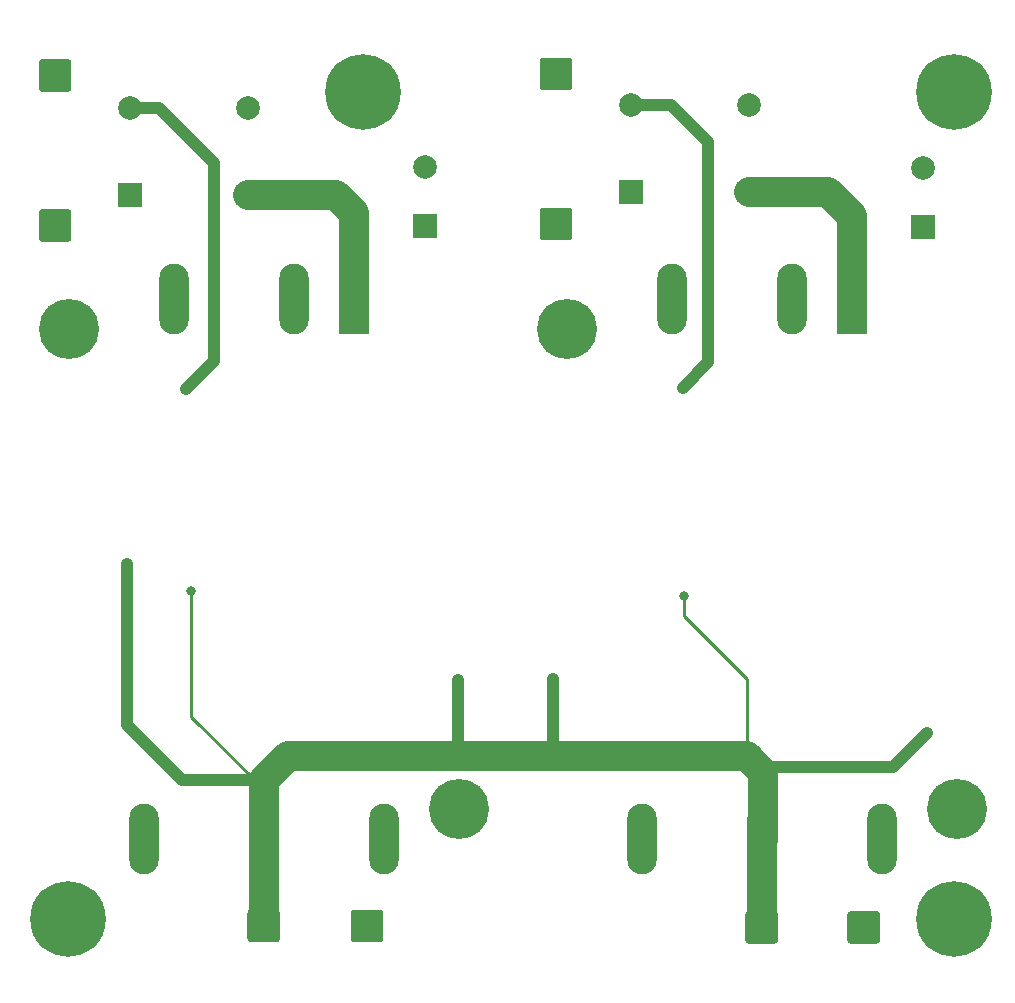
<source format=gbl>
G04 #@! TF.GenerationSoftware,KiCad,Pcbnew,5.1.6+dfsg1-1~bpo9+1*
G04 #@! TF.CreationDate,2022-04-04T20:49:37+02:00*
G04 #@! TF.ProjectId,sdrtrx-traco,73647274-7278-42d7-9472-61636f2e6b69,1*
G04 #@! TF.SameCoordinates,Original*
G04 #@! TF.FileFunction,Copper,L2,Bot*
G04 #@! TF.FilePolarity,Positive*
%FSLAX46Y46*%
G04 Gerber Fmt 4.6, Leading zero omitted, Abs format (unit mm)*
G04 Created by KiCad (PCBNEW 5.1.6+dfsg1-1~bpo9+1) date 2022-04-04 20:49:37*
%MOMM*%
%LPD*%
G01*
G04 APERTURE LIST*
G04 #@! TA.AperFunction,ComponentPad*
%ADD10C,2.000000*%
G04 #@! TD*
G04 #@! TA.AperFunction,ComponentPad*
%ADD11R,2.000000X2.000000*%
G04 #@! TD*
G04 #@! TA.AperFunction,ComponentPad*
%ADD12C,5.080000*%
G04 #@! TD*
G04 #@! TA.AperFunction,ComponentPad*
%ADD13O,2.500000X6.000001*%
G04 #@! TD*
G04 #@! TA.AperFunction,ComponentPad*
%ADD14R,2.500000X6.000000*%
G04 #@! TD*
G04 #@! TA.AperFunction,ComponentPad*
%ADD15O,2.500000X6.000000*%
G04 #@! TD*
G04 #@! TA.AperFunction,ComponentPad*
%ADD16C,6.400000*%
G04 #@! TD*
G04 #@! TA.AperFunction,ViaPad*
%ADD17C,0.800000*%
G04 #@! TD*
G04 #@! TA.AperFunction,Conductor*
%ADD18C,2.540000*%
G04 #@! TD*
G04 #@! TA.AperFunction,Conductor*
%ADD19C,0.254000*%
G04 #@! TD*
G04 #@! TA.AperFunction,Conductor*
%ADD20C,1.016000*%
G04 #@! TD*
G04 APERTURE END LIST*
D10*
X77393800Y68627000D03*
D11*
X77393800Y63627000D03*
D10*
X35255200Y68677800D03*
D11*
X35255200Y63677800D03*
D10*
X62705000Y73948000D03*
X62705000Y66548000D03*
X52705000Y73948000D03*
D11*
X52705000Y66548000D03*
G04 #@! TA.AperFunction,ComponentPad*
G36*
G01*
X44980000Y75455999D02*
X44980000Y77706001D01*
G75*
G02*
X45229999Y77956000I249999J0D01*
G01*
X47480001Y77956000D01*
G75*
G02*
X47730000Y77706001I0J-249999D01*
G01*
X47730000Y75455999D01*
G75*
G02*
X47480001Y75206000I-249999J0D01*
G01*
X45229999Y75206000D01*
G75*
G02*
X44980000Y75455999I0J249999D01*
G01*
G37*
G04 #@! TD.AperFunction*
G04 #@! TA.AperFunction,ComponentPad*
G36*
G01*
X44980000Y62755999D02*
X44980000Y65006001D01*
G75*
G02*
X45229999Y65256000I249999J0D01*
G01*
X47480001Y65256000D01*
G75*
G02*
X47730000Y65006001I0J-249999D01*
G01*
X47730000Y62755999D01*
G75*
G02*
X47480001Y62506000I-249999J0D01*
G01*
X45229999Y62506000D01*
G75*
G02*
X44980000Y62755999I0J249999D01*
G01*
G37*
G04 #@! TD.AperFunction*
D12*
X80264000Y14351000D03*
X47244000Y54991000D03*
D13*
X53594000Y11811000D03*
X73914000Y11811000D03*
D14*
X71374000Y57531000D03*
D15*
X66294000Y57531000D03*
D13*
X56134000Y57531000D03*
X63754000Y11811000D03*
D12*
X38100000Y14351000D03*
X5080000Y54991000D03*
D13*
X11430000Y11811000D03*
X31750000Y11811000D03*
D14*
X29210000Y57531000D03*
D15*
X24130000Y57531000D03*
D13*
X13970000Y57531000D03*
X21590000Y11811000D03*
G04 #@! TA.AperFunction,ComponentPad*
G36*
G01*
X20464999Y5820000D02*
X22715001Y5820000D01*
G75*
G02*
X22965000Y5570001I0J-249999D01*
G01*
X22965000Y3319999D01*
G75*
G02*
X22715001Y3070000I-249999J0D01*
G01*
X20464999Y3070000D01*
G75*
G02*
X20215000Y3319999I0J249999D01*
G01*
X20215000Y5570001D01*
G75*
G02*
X20464999Y5820000I249999J0D01*
G01*
G37*
G04 #@! TD.AperFunction*
G04 #@! TA.AperFunction,ComponentPad*
G36*
G01*
X29227999Y5820000D02*
X31478001Y5820000D01*
G75*
G02*
X31728000Y5570001I0J-249999D01*
G01*
X31728000Y3319999D01*
G75*
G02*
X31478001Y3070000I-249999J0D01*
G01*
X29227999Y3070000D01*
G75*
G02*
X28978000Y3319999I0J249999D01*
G01*
X28978000Y5570001D01*
G75*
G02*
X29227999Y5820000I249999J0D01*
G01*
G37*
G04 #@! TD.AperFunction*
G04 #@! TA.AperFunction,ComponentPad*
G36*
G01*
X62628999Y5693000D02*
X64879001Y5693000D01*
G75*
G02*
X65129000Y5443001I0J-249999D01*
G01*
X65129000Y3192999D01*
G75*
G02*
X64879001Y2943000I-249999J0D01*
G01*
X62628999Y2943000D01*
G75*
G02*
X62379000Y3192999I0J249999D01*
G01*
X62379000Y5443001D01*
G75*
G02*
X62628999Y5693000I249999J0D01*
G01*
G37*
G04 #@! TD.AperFunction*
G04 #@! TA.AperFunction,ComponentPad*
G36*
G01*
X71264999Y5693000D02*
X73515001Y5693000D01*
G75*
G02*
X73765000Y5443001I0J-249999D01*
G01*
X73765000Y3192999D01*
G75*
G02*
X73515001Y2943000I-249999J0D01*
G01*
X71264999Y2943000D01*
G75*
G02*
X71015000Y3192999I0J249999D01*
G01*
X71015000Y5443001D01*
G75*
G02*
X71264999Y5693000I249999J0D01*
G01*
G37*
G04 #@! TD.AperFunction*
G04 #@! TA.AperFunction,ComponentPad*
G36*
G01*
X5312000Y77579001D02*
X5312000Y75328999D01*
G75*
G02*
X5062001Y75079000I-249999J0D01*
G01*
X2811999Y75079000D01*
G75*
G02*
X2562000Y75328999I0J249999D01*
G01*
X2562000Y77579001D01*
G75*
G02*
X2811999Y77829000I249999J0D01*
G01*
X5062001Y77829000D01*
G75*
G02*
X5312000Y77579001I0J-249999D01*
G01*
G37*
G04 #@! TD.AperFunction*
G04 #@! TA.AperFunction,ComponentPad*
G36*
G01*
X5312000Y64879001D02*
X5312000Y62628999D01*
G75*
G02*
X5062001Y62379000I-249999J0D01*
G01*
X2811999Y62379000D01*
G75*
G02*
X2562000Y62628999I0J249999D01*
G01*
X2562000Y64879001D01*
G75*
G02*
X2811999Y65129000I249999J0D01*
G01*
X5062001Y65129000D01*
G75*
G02*
X5312000Y64879001I0J-249999D01*
G01*
G37*
G04 #@! TD.AperFunction*
D10*
X20287000Y73694000D03*
X20287000Y66294000D03*
X10287000Y73694000D03*
D11*
X10287000Y66294000D03*
D16*
X80000000Y75010000D03*
X80000000Y5010000D03*
X30000000Y75010000D03*
X5000000Y5010000D03*
D17*
X57150000Y32385000D03*
X15430500Y32829500D03*
X77749400Y20764500D03*
X9994900Y35064700D03*
X46050200Y25387300D03*
X38049200Y25298400D03*
X15049500Y49936400D03*
X57061100Y50025300D03*
D18*
X63881000Y17399000D02*
X63881000Y11684000D01*
X21590000Y11557000D02*
X21590000Y16764000D01*
X21590000Y16764000D02*
X23622000Y18796000D01*
X63881000Y11684000D02*
X63754000Y11557000D01*
X62484000Y18796000D02*
X63881000Y17399000D01*
X21590000Y11557000D02*
X21590000Y4445000D01*
X63754000Y11557000D02*
X63754000Y4318000D01*
D19*
X62484000Y18796000D02*
X62484000Y25336500D01*
X57150000Y30670500D02*
X57150000Y32385000D01*
X62484000Y25336500D02*
X57150000Y30670500D01*
X21590000Y16764000D02*
X20828000Y16764000D01*
X20828000Y16764000D02*
X15430500Y22161500D01*
X15430500Y22161500D02*
X15430500Y32829500D01*
D20*
X77749400Y20764500D02*
X74904600Y17919700D01*
X64401700Y17919700D02*
X63881000Y17399000D01*
X74904600Y17919700D02*
X64401700Y17919700D01*
X21590000Y16764000D02*
X14706600Y16764000D01*
X9994900Y21475700D02*
X9994900Y35064700D01*
X14706600Y16764000D02*
X9994900Y21475700D01*
X46050200Y19431000D02*
X45415200Y18796000D01*
X46050200Y25387300D02*
X46050200Y19431000D01*
D18*
X45415200Y18796000D02*
X62484000Y18796000D01*
D20*
X38049200Y25298400D02*
X38049200Y19164300D01*
D18*
X38417500Y18796000D02*
X45415200Y18796000D01*
D20*
X38049200Y19164300D02*
X38417500Y18796000D01*
D18*
X23622000Y18796000D02*
X38417500Y18796000D01*
D20*
X15049500Y49936400D02*
X17360900Y52247800D01*
X17360900Y52247800D02*
X17360900Y69037200D01*
X12704100Y73694000D02*
X10287000Y73694000D01*
X17360900Y69037200D02*
X12704100Y73694000D01*
X52705000Y73948000D02*
X56061900Y73948000D01*
X56061900Y73948000D02*
X59194700Y70815200D01*
X59194700Y52158900D02*
X57061100Y50025300D01*
X59194700Y70815200D02*
X59194700Y52158900D01*
D18*
X20287000Y66294000D02*
X27686000Y66294000D01*
X29210000Y64770000D02*
X29210000Y57277000D01*
X27686000Y66294000D02*
X29210000Y64770000D01*
X69342000Y66548000D02*
X62705000Y66548000D01*
X71374000Y64516000D02*
X69342000Y66548000D01*
X71374000Y57277000D02*
X71374000Y64516000D01*
M02*

</source>
